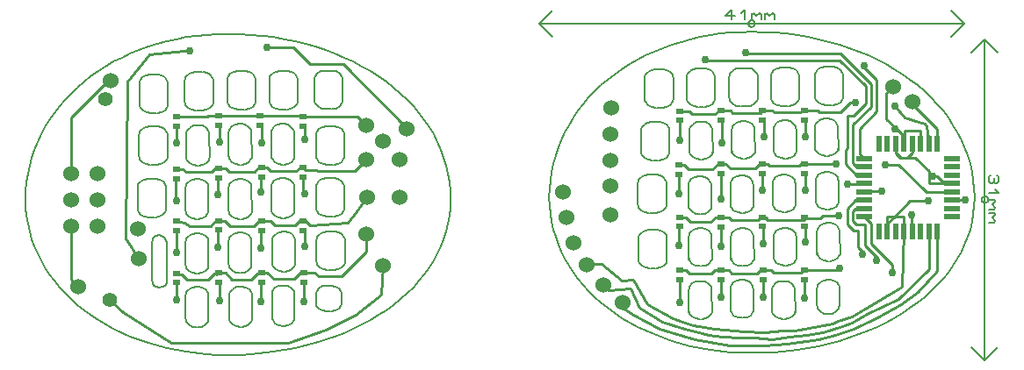
<source format=gbr>
G04 PROTEUS GERBER X2 FILE*
%TF.GenerationSoftware,Labcenter,Proteus,8.9-SP2-Build28501*%
%TF.CreationDate,2020-07-12T19:41:18+00:00*%
%TF.FileFunction,Copper,L1,Top*%
%TF.FilePolarity,Positive*%
%TF.Part,Single*%
%TF.SameCoordinates,{dc61f2e1-3fbc-4622-b235-fc52ee95e5fb}*%
%FSLAX45Y45*%
%MOMM*%
G01*
%TA.AperFunction,Conductor*%
%ADD10C,0.254000*%
%TA.AperFunction,ViaPad*%
%ADD11C,0.762000*%
%TA.AperFunction,SMDPad,CuDef*%
%ADD12R,0.558800X1.498600*%
%ADD13R,1.498600X0.558800*%
%TA.AperFunction,SMDPad,CuDef*%
%ADD14R,0.762000X0.508000*%
%TA.AperFunction,WasherPad*%
%ADD15C,1.397000*%
%TA.AperFunction,WasherPad*%
%ADD16C,1.524000*%
%TA.AperFunction,OtherPad,Unknown*%
%ADD17C,1.524000*%
%TA.AperFunction,Profile*%
%ADD18C,0.203200*%
%TA.AperFunction,NonMaterial*%
%ADD19C,0.203200*%
%TD.AperFunction*%
D10*
X-4286000Y-5194000D02*
X-4286000Y-5193000D01*
X-4679040Y-5193000D01*
X-4691000Y-5193000D01*
X-4286000Y-5194000D02*
X-3877000Y-5194000D01*
X-3877000Y-5196000D01*
X+1921897Y-5334000D02*
X+1921897Y-5465000D01*
X+1920000Y-5465000D01*
X+1985397Y-5334000D02*
X+2080000Y-5334000D01*
X+2080000Y-5465000D01*
X+1985397Y-5334000D02*
X+1921897Y-5334000D01*
X+1841500Y-6159500D02*
X+1920000Y-6159500D01*
X+1920000Y-6305000D01*
X-4691000Y-5193000D02*
X-4787365Y-5193000D01*
X-4796656Y-5202291D01*
X-5084709Y-5202291D01*
X-5091000Y-5196000D01*
X-4691000Y-5698000D02*
X-4622000Y-5698000D01*
X-4585907Y-5734093D01*
X-4344093Y-5734093D01*
X-4293791Y-5683791D01*
X-4284244Y-5683791D01*
X-4275000Y-5693560D01*
X-245000Y-5145000D02*
X-151951Y-5145000D01*
X-125711Y-5171240D01*
X+101797Y-5171240D01*
X+116900Y-5156137D01*
X+155000Y-5140560D01*
X+248762Y-5140560D01*
X+270092Y-5161890D01*
X+533110Y-5161890D01*
X+558000Y-5137000D01*
X+650355Y-5137000D01*
X+672129Y-5158774D01*
X+921226Y-5158774D01*
X+950000Y-5130000D01*
X+957000Y-5138000D01*
X-249120Y-5666440D02*
X-200842Y-5666440D01*
X-161410Y-5705872D01*
X+75165Y-5705872D01*
X+127477Y-5653560D01*
X+155000Y-5653560D01*
X+200780Y-5653560D01*
X+248131Y-5700911D01*
X+485280Y-5700911D01*
X+530191Y-5656000D01*
X+557560Y-5656000D01*
X+142313Y-6168539D02*
X+229577Y-6168539D01*
X+256992Y-6195954D01*
X+507585Y-6195954D01*
X+517900Y-6185639D01*
X+556000Y-6168560D01*
X+142313Y-6168539D02*
X+152000Y-6171120D01*
X-241000Y-6682440D02*
X-185258Y-6682440D01*
X-151820Y-6715878D01*
X+60362Y-6715878D01*
X+95120Y-6681120D01*
X+157000Y-6681120D01*
X+231041Y-6681120D01*
X+260815Y-6710894D01*
X+506879Y-6710894D01*
X+537773Y-6680000D01*
X+560000Y-6680000D01*
X+635073Y-6680000D01*
X+661090Y-6706017D01*
X+923983Y-6706017D01*
X+926600Y-6703400D01*
X+957560Y-6678000D01*
X-5095857Y-6511843D02*
X-5095857Y-6307297D01*
X-5090000Y-6301440D01*
X-5095000Y-6965000D02*
X-5095000Y-6806440D01*
X-5090000Y-6801440D01*
X-5090000Y-5455000D02*
X-5090000Y-5288440D01*
X-5091000Y-5287440D01*
X-4680444Y-6977785D02*
X-4680444Y-6802996D01*
X-4683000Y-6800440D01*
X-4693999Y-6460000D02*
X-4693999Y-6301439D01*
X-4687000Y-6294440D01*
X-4693999Y-5950000D02*
X-4693999Y-5792439D01*
X-4691000Y-5789440D01*
X-4679116Y-5440000D02*
X-4679116Y-5296324D01*
X-4691000Y-5284440D01*
X-4278124Y-6986325D02*
X-4278124Y-6803564D01*
X-4271000Y-6796440D01*
X-4282819Y-6465000D02*
X-4282819Y-6305259D01*
X-4273000Y-6295440D01*
X-4282819Y-5930000D02*
X-4282819Y-5792819D01*
X-4275000Y-5785000D01*
X-4269062Y-5450000D02*
X-4269062Y-5302378D01*
X-4286000Y-5285440D01*
X-3864964Y-6981630D02*
X-3864964Y-6800036D01*
X-3870000Y-6795000D01*
X-3860000Y-6455000D02*
X-3860000Y-6310000D01*
X-3875000Y-6295000D01*
X-3860000Y-5945000D02*
X-3876000Y-5929000D01*
X-3876000Y-5779880D01*
X-3860000Y-5418193D02*
X-3860000Y-5304440D01*
X-3877000Y-5287440D01*
X-3877000Y-5196000D02*
X-3349000Y-5196000D01*
X-3265000Y-5280000D01*
X-3876000Y-5688440D02*
X-3849440Y-5715000D01*
X-3744219Y-5715000D01*
X-3733338Y-5725881D01*
X-3375881Y-5725881D01*
X-3265000Y-5615000D01*
X-5735000Y-6970000D02*
X-5610000Y-7090000D01*
X-5144999Y-7380000D01*
X-4015125Y-7380000D01*
X-3655000Y-7255000D01*
X-3365000Y-7115000D01*
X-3120000Y-6915000D01*
X-3105000Y-6640000D01*
X-4220000Y-4530000D02*
X-3966907Y-4530000D01*
X-3802821Y-4694086D01*
X-3487818Y-4694086D01*
X-2875000Y-5306904D01*
X-2875000Y-5315000D01*
X-6110000Y-6254000D02*
X-6110000Y-6775000D01*
X-6045000Y-6840000D01*
X-6110000Y-5746000D02*
X-6110000Y-5207828D01*
X-5752172Y-4850000D01*
X-5725000Y-4850000D01*
X-5090000Y-5705000D02*
X-5034523Y-5705000D01*
X-5004523Y-5735000D01*
X-4755415Y-5735000D01*
X-4718415Y-5698000D01*
X-4691000Y-5698000D01*
X-5090000Y-5796440D02*
X-5098510Y-5796440D01*
X-5098510Y-6011490D01*
X-5095000Y-6015000D01*
X-4275000Y-5693560D02*
X-4221591Y-5693560D01*
X-4190151Y-5725000D01*
X-3938422Y-5725000D01*
X-3901862Y-5688440D01*
X-3876000Y-5688440D01*
X-5090000Y-6210000D02*
X-5015000Y-6220000D01*
X-4966701Y-6255000D01*
X-4765239Y-6255000D01*
X-4710239Y-6200000D01*
X-4687000Y-6203000D01*
X-5090000Y-6710000D02*
X-5090000Y-6725000D01*
X-5041519Y-6725000D01*
X-4991519Y-6775000D01*
X-4785000Y-6775000D01*
X-4726700Y-6716700D01*
X-4689967Y-6716700D01*
X-4710000Y-6725000D01*
X-4273000Y-6204000D02*
X-4188272Y-6204000D01*
X-4147272Y-6245000D01*
X-3950000Y-6245000D01*
X-3908560Y-6203560D01*
X-3875000Y-6203560D01*
X-4265000Y-6705000D02*
X-4217680Y-6705000D01*
X-4157680Y-6765000D01*
X-3958482Y-6765000D01*
X-3891032Y-6697550D01*
X-3861978Y-6697550D01*
X-3870000Y-6703560D01*
X-4687000Y-6203000D02*
X-4630369Y-6203000D01*
X-4578369Y-6255000D01*
X-4350000Y-6255000D01*
X-4299000Y-6204000D01*
X-4273000Y-6204000D01*
X-4271000Y-6705000D02*
X-4265000Y-6705000D01*
X-4683000Y-6709000D02*
X-4683000Y-6714000D01*
X-4689967Y-6706700D01*
X-4623300Y-6706700D01*
X-4560000Y-6770000D01*
X-4375001Y-6770000D01*
X-4315001Y-6710000D01*
X-4271000Y-6710000D01*
X-4271000Y-6705000D01*
X-3875000Y-6203560D02*
X-3846440Y-6203560D01*
X-3805000Y-6245000D01*
X-3440000Y-6225000D01*
X-3360000Y-6115000D01*
X-3275740Y-5995740D01*
X-3260000Y-5980000D01*
X-3870000Y-6703560D02*
X-3761440Y-6703560D01*
X-3724045Y-6740955D01*
X-3499769Y-6740955D01*
X-3265000Y-6506186D01*
X-3265000Y-6335000D01*
X-4968508Y-4566851D02*
X-5026008Y-4566851D01*
X-5357500Y-4595000D01*
X-5570000Y-4860000D01*
X-5585000Y-6375000D01*
X-5455000Y-6570000D01*
X-242679Y-6996025D02*
X-242679Y-6775559D01*
X-241000Y-6773880D01*
X-250950Y-6441953D02*
X-250950Y-6267390D01*
X-244000Y-6260440D01*
X-250950Y-5942083D02*
X-250950Y-5750125D01*
X-251713Y-5749362D01*
X-249120Y-5757880D01*
X-240000Y-5426979D02*
X-245000Y-5421979D01*
X-245000Y-5236440D01*
X+156980Y-6943532D02*
X+156980Y-6772580D01*
X+157000Y-6772560D01*
X+156980Y-6450000D02*
X+156980Y-6267540D01*
X+152000Y-6262560D01*
X+156980Y-5995000D02*
X+156980Y-5746980D01*
X+155000Y-5745000D01*
X+160920Y-5450000D02*
X+160920Y-5237920D01*
X+155000Y-5232000D01*
X+560000Y-6940000D02*
X+560000Y-6771440D01*
X+563676Y-6425000D02*
X+563676Y-6267676D01*
X+556000Y-6260000D01*
X+555870Y-5910000D02*
X+555870Y-5749130D01*
X+557560Y-5747440D01*
X+570876Y-5395000D02*
X+570876Y-5241316D01*
X+558000Y-5228440D01*
X+959826Y-6948228D02*
X+959826Y-6771706D01*
X+957560Y-6769440D01*
X+970935Y-6405000D02*
X+970935Y-6269815D01*
X+960560Y-6259440D01*
X+970935Y-5911638D02*
X+970935Y-5755935D01*
X+960000Y-5745000D01*
X+970935Y-5393343D02*
X+970935Y-5243375D01*
X+957000Y-5229440D01*
X-244000Y-6169000D02*
X-186000Y-6169000D01*
X-140000Y-6215000D01*
X+55000Y-6215000D01*
X+101461Y-6168539D01*
X+142313Y-6168539D01*
X+557560Y-5656000D02*
X+602140Y-5656000D01*
X+621140Y-5675000D01*
X+906994Y-5675000D01*
X+928434Y-5653560D01*
X+960000Y-5653560D01*
X+1840000Y-5465000D02*
X+1840000Y-5541614D01*
X+1840488Y-5542102D01*
X+1893093Y-5594707D01*
X+1881128Y-5594707D01*
X+1840488Y-5554067D01*
X+1840488Y-5542102D01*
X+1840488Y-5539930D01*
X+1840000Y-5465000D01*
X+960560Y-6180000D02*
X+1115212Y-6180000D01*
X+1136061Y-6159151D01*
X+1270849Y-6159151D01*
X+1275000Y-6155000D01*
X+1288892Y-6155000D01*
X+1375386Y-5852093D02*
X+1532907Y-5852093D01*
X+1540000Y-5845000D01*
X+960560Y-6168000D02*
X+960560Y-6180000D01*
X+960560Y-6194670D01*
X+594969Y-6194670D01*
X+594969Y-6168560D01*
X+556000Y-6168560D01*
X+1540000Y-5765000D02*
X+1463390Y-5765000D01*
X+1355000Y-5656610D01*
X+1355000Y-5521941D01*
X+1373257Y-5503684D01*
X+1373257Y-5192112D01*
X+1377773Y-5187596D01*
X+1436475Y-5187596D01*
X+1549364Y-5074707D01*
X+1549364Y-4903142D01*
X+1301222Y-4655000D01*
X+9321Y-4655000D01*
X+529Y-4663792D01*
X+529Y-4648710D01*
X+1540000Y-5685000D02*
X+1463357Y-5685000D01*
X+1427047Y-5648690D01*
X+1427047Y-5278304D01*
X+1603551Y-5101800D01*
X+1603551Y-4885054D01*
X+1305524Y-4587027D01*
X+1296493Y-4587027D01*
X+393381Y-4587027D01*
X+388866Y-4582512D01*
X+388866Y-4578840D01*
X+1540000Y-5605000D02*
X+1490000Y-5555000D01*
X+1490000Y-5315000D01*
X+1657737Y-5147263D01*
X+1657737Y-4844414D01*
X+1535817Y-4722494D01*
X+1535817Y-4713463D01*
X+1537712Y-4711568D01*
X+2000000Y-5465000D02*
X+2000000Y-5545000D01*
X+1950293Y-5594707D01*
X+1893093Y-5594707D02*
X+1950293Y-5594707D01*
X+2029707Y-5594707D01*
X+2162000Y-5727000D01*
X+2162000Y-5845000D01*
X+960000Y-5653560D02*
X+1264963Y-5653560D01*
X+1266313Y-5652210D01*
X+1742563Y-5660566D02*
X+1867892Y-5660566D01*
X+2118550Y-5911224D01*
X+2122727Y-5911224D01*
X+2136503Y-5925000D01*
X+2380000Y-5925000D01*
X+957560Y-6678000D02*
X+1277000Y-6678000D01*
X+1295000Y-6660000D01*
X+1705000Y-5915000D02*
X+1550000Y-5915000D01*
X+1540000Y-5925000D01*
X+1760000Y-6305000D02*
X+1760000Y-6227996D01*
X+1828496Y-6159500D01*
X+1976510Y-6011486D01*
X+2156148Y-6011486D01*
X+2197924Y-5777539D02*
X+2235878Y-5777539D01*
X+2303339Y-5845000D01*
X+2380000Y-5845000D01*
X+1841500Y-6159500D02*
X+1828496Y-6159500D01*
X+1760000Y-6159500D01*
X+1760000Y-6227996D01*
X+2162000Y-5845000D02*
X+2303339Y-5845000D01*
X+1995503Y-6149348D02*
X+1995503Y-6300503D01*
X+2000000Y-6305000D01*
X+2240000Y-6305000D02*
X+2240000Y-6395458D01*
X+2235000Y-6685000D01*
X+2050000Y-6895000D01*
X+1895000Y-7010000D01*
X+1660000Y-7140000D01*
X+1435000Y-7245000D01*
X+1260000Y-7310000D01*
X+1095000Y-7345000D01*
X+790000Y-7395000D01*
X+570000Y-7405000D01*
X+240000Y-7405000D01*
X-100000Y-7345000D01*
X-325000Y-7285000D01*
X-435000Y-7250000D01*
X-455000Y-7240000D01*
X-565000Y-7180000D01*
X-695000Y-7110000D01*
X-790000Y-7045001D01*
X-790000Y-6990000D01*
X+2160000Y-6305000D02*
X+2160000Y-6670146D01*
X+1870146Y-6960000D01*
X+1565000Y-7105000D01*
X+1420000Y-7190000D01*
X+1325000Y-7225000D01*
X+1134089Y-7280000D01*
X+975000Y-7305000D01*
X+815000Y-7325000D01*
X+645000Y-7345000D01*
X+480000Y-7335000D01*
X+345000Y-7335000D01*
X+165000Y-7325000D01*
X+35000Y-7310000D01*
X-225000Y-7235000D01*
X-410000Y-7180000D01*
X-635000Y-7040000D01*
X-715000Y-6860000D01*
X-926805Y-6873195D01*
X-980000Y-6820000D01*
X+1920000Y-6305000D02*
X+1900000Y-6845000D01*
X+1415000Y-7130000D01*
X+1285000Y-7175000D01*
X+1233010Y-7195686D01*
X+870000Y-7265000D01*
X+750000Y-7265000D01*
X+575000Y-7280000D01*
X+375000Y-7270000D01*
X+95000Y-7250000D01*
X-113204Y-7213796D01*
X-215000Y-7180000D01*
X-310000Y-7145000D01*
X-555000Y-7010000D01*
X-687873Y-6771037D01*
X-805000Y-6780000D01*
X-995000Y-6625000D01*
X-1140000Y-6630000D01*
X+1540000Y-6165000D02*
X+1603262Y-6228262D01*
X+1603262Y-6429599D01*
X+1807005Y-6633342D01*
X+1807005Y-6705785D01*
X+1540000Y-6085000D02*
X+1454349Y-6085000D01*
X+1427040Y-6112309D01*
X+1427040Y-6208680D01*
X+1461727Y-6243367D01*
X+1546633Y-6243367D01*
X+1546633Y-6444721D01*
X+1673456Y-6571544D01*
X+1655496Y-6589504D01*
X+1540000Y-6005000D02*
X+1455000Y-6005000D01*
X+1376268Y-6083732D01*
X+1376268Y-6237062D01*
X+1434206Y-6295000D01*
X+1480000Y-6295000D01*
X+1480000Y-6463039D01*
X+1530151Y-6513190D01*
X+1518785Y-6524556D01*
X+2240000Y-5465000D02*
X+2240000Y-5315000D01*
X+2005000Y-5080000D01*
X+2005000Y-5055000D01*
X+957000Y-5138000D02*
X+1090270Y-5138000D01*
X+1104453Y-5152183D01*
X+1307816Y-5152183D01*
X+1398127Y-5061872D01*
X+1452151Y-5061872D01*
X+2512922Y-6000722D02*
X+2508644Y-6005000D01*
X+2380000Y-6005000D01*
X+2160000Y-5465000D02*
X+2140000Y-5290000D01*
X+2116946Y-5265341D01*
X+2065000Y-5250000D01*
X+1925000Y-5210000D01*
X+1835000Y-5100000D01*
X+1920000Y-5465000D02*
X+1920000Y-5388287D01*
X+1905995Y-5374282D01*
X+1849713Y-5318000D01*
X+1751804Y-5220091D01*
X+1751804Y-4973196D01*
X+1815000Y-4910000D01*
X+1920000Y-5465000D02*
X+1905995Y-5450995D01*
X+1905995Y-5374282D01*
X+1905995Y-5372814D01*
X+1851181Y-5318000D01*
X+1849713Y-5318000D01*
X+1830293Y-5318000D01*
D11*
X-5095000Y-6015000D03*
X-5095857Y-6511843D03*
X-5095000Y-6965000D03*
X-5090000Y-5455000D03*
X-4680444Y-6977785D03*
X-4693999Y-6460000D03*
X-4693999Y-5950000D03*
X-4679116Y-5440000D03*
X-4278124Y-6986325D03*
X-4282819Y-6465000D03*
X-4282819Y-5930000D03*
X-3864964Y-6981630D03*
X-3860000Y-6455000D03*
X-3860000Y-5945000D03*
X-3860000Y-5418193D03*
X-4269062Y-5450000D03*
X-4220000Y-4530000D03*
X-4968508Y-4566851D03*
X-242679Y-6996025D03*
X-250950Y-6441953D03*
X-250950Y-5942083D03*
X-240000Y-5426979D03*
X+156980Y-6943532D03*
X+156980Y-6450000D03*
X+156980Y-5995000D03*
X+160920Y-5450000D03*
X+560000Y-6940000D03*
X+563676Y-6425000D03*
X+555870Y-5910000D03*
X+570876Y-5395000D03*
X+959826Y-6948228D03*
X+970935Y-6405000D03*
X+970935Y-5911638D03*
X+970935Y-5393343D03*
X+1288892Y-6155000D03*
X+1375386Y-5852093D03*
X+529Y-4648710D03*
X+388866Y-4578840D03*
X+1537712Y-4711568D03*
X+1266313Y-5652210D03*
X+1742563Y-5660566D03*
X+1295000Y-6660000D03*
X+1705000Y-5915000D03*
X+2156148Y-6011486D03*
X+2197924Y-5777539D03*
X+1830293Y-5318000D03*
X+1995503Y-6149348D03*
X+1807005Y-6705785D03*
X+1655496Y-6589504D03*
X+1518785Y-6524556D03*
X+1452151Y-5061872D03*
X+2512922Y-6000722D03*
X+1835000Y-5100000D03*
D12*
X+2240000Y-5465000D03*
X+2160000Y-5465000D03*
X+2080000Y-5465000D03*
X+2000000Y-5465000D03*
X+1920000Y-5465000D03*
X+1840000Y-5465000D03*
X+1760000Y-5465000D03*
X+1680000Y-5465000D03*
D13*
X+1540000Y-5605000D03*
X+1540000Y-5685000D03*
X+1540000Y-5765000D03*
X+1540000Y-5845000D03*
X+1540000Y-5925000D03*
X+1540000Y-6005000D03*
X+1540000Y-6085000D03*
X+1540000Y-6165000D03*
D12*
X+1680000Y-6305000D03*
X+1760000Y-6305000D03*
X+1840000Y-6305000D03*
X+1920000Y-6305000D03*
X+2000000Y-6305000D03*
X+2080000Y-6305000D03*
X+2160000Y-6305000D03*
X+2240000Y-6305000D03*
D13*
X+2380000Y-6165000D03*
X+2380000Y-6085000D03*
X+2380000Y-6005000D03*
X+2380000Y-5925000D03*
X+2380000Y-5845000D03*
X+2380000Y-5765000D03*
X+2380000Y-5685000D03*
X+2380000Y-5605000D03*
D14*
X-5090000Y-6710000D03*
X-5090000Y-6801440D03*
X-5091000Y-5196000D03*
X-5091000Y-5287440D03*
X-5090000Y-5705000D03*
X-5090000Y-5796440D03*
X-5090000Y-6210000D03*
X-5090000Y-6301440D03*
X-4271000Y-6705000D03*
X-4271000Y-6796440D03*
X-4286000Y-5194000D03*
X-4286000Y-5285440D03*
X-4275000Y-5693560D03*
X-4275000Y-5785000D03*
X-4273000Y-6204000D03*
X-4273000Y-6295440D03*
X-3870000Y-6703560D03*
X-3870000Y-6795000D03*
X-3877000Y-5196000D03*
X-3877000Y-5287440D03*
X-3876000Y-5688440D03*
X-3876000Y-5779880D03*
X-3875000Y-6203560D03*
X-3875000Y-6295000D03*
X-4683000Y-6709000D03*
X-4683000Y-6800440D03*
X-4691000Y-5193000D03*
X-4691000Y-5284440D03*
X-4691000Y-5698000D03*
X-4691000Y-5789440D03*
X-4687000Y-6203000D03*
X-4687000Y-6294440D03*
X+957000Y-5138000D03*
X+957000Y-5229440D03*
X+960000Y-5653560D03*
X+960000Y-5745000D03*
X+960560Y-6168000D03*
X+960560Y-6259440D03*
X+957560Y-6678000D03*
X+957560Y-6769440D03*
X+558000Y-5137000D03*
X+558000Y-5228440D03*
X+557560Y-5656000D03*
X+557560Y-5747440D03*
X+556000Y-6168560D03*
X+556000Y-6260000D03*
X+560000Y-6680000D03*
X+560000Y-6771440D03*
X+155000Y-5140560D03*
X+155000Y-5232000D03*
X+155000Y-5653560D03*
X+155000Y-5745000D03*
X+152000Y-6171120D03*
X+152000Y-6262560D03*
X+157000Y-6681120D03*
X+157000Y-6772560D03*
X-245000Y-5145000D03*
X-245000Y-5236440D03*
X-249120Y-5666440D03*
X-249120Y-5757880D03*
X-241000Y-6682440D03*
X-241000Y-6773880D03*
X-244000Y-6169000D03*
X-244000Y-6260440D03*
D15*
X-5735000Y-6970000D03*
X-5779000Y-5033000D03*
D16*
X-6110000Y-6254000D03*
X-5856000Y-6254000D03*
X-6110000Y-6000000D03*
X-5856000Y-6000000D03*
X-6110000Y-5746000D03*
X-5856000Y-5746000D03*
D17*
X-3265000Y-5280000D03*
X-3265000Y-5615000D03*
X-3260000Y-5980000D03*
X-3265000Y-6335000D03*
X-5725000Y-4850000D03*
X-3105000Y-6640000D03*
X-2940000Y-5975000D03*
X-2945000Y-5610000D03*
X-6045000Y-6840000D03*
X+1815000Y-4910000D03*
X-910000Y-5365000D03*
X-910000Y-6150000D03*
X-1270000Y-6420000D03*
X-900000Y-5110000D03*
X-1365000Y-5930000D03*
X-1335000Y-6170000D03*
X-910000Y-5625000D03*
X-1140000Y-6630000D03*
X-2875000Y-5315000D03*
X-5462500Y-6282500D03*
X-3100000Y-5435000D03*
X-5455000Y-6570000D03*
X-790000Y-6990000D03*
X-910000Y-5870000D03*
X-980000Y-6820000D03*
X+2005000Y-5055000D03*
D18*
X-6550000Y-6000000D02*
X-6547519Y-5916226D01*
X-6540151Y-5833716D01*
X-6528008Y-5752560D01*
X-6511200Y-5672852D01*
X-6489840Y-5594681D01*
X-6464039Y-5518140D01*
X-6433909Y-5443320D01*
X-6399561Y-5370312D01*
X-6361107Y-5299210D01*
X-6318658Y-5230103D01*
X-6272326Y-5163083D01*
X-6222223Y-5098242D01*
X-6168460Y-5035672D01*
X-6111149Y-4975464D01*
X-6050401Y-4917709D01*
X-5986328Y-4862500D01*
X-5919042Y-4809927D01*
X-5848653Y-4760083D01*
X-5775275Y-4713058D01*
X-5699017Y-4668945D01*
X-5619993Y-4627835D01*
X-5538313Y-4589819D01*
X-5454089Y-4554990D01*
X-5367432Y-4523438D01*
X-5278454Y-4495255D01*
X-5187267Y-4470532D01*
X-5093983Y-4449362D01*
X-4998712Y-4431836D01*
X-4901567Y-4418045D01*
X-4802659Y-4408081D01*
X-4702099Y-4402036D01*
X-4600000Y-4400000D01*
X-4487429Y-4402036D01*
X-4376556Y-4408081D01*
X-4267503Y-4418045D01*
X-4160394Y-4431836D01*
X-4055352Y-4449362D01*
X-3952500Y-4470532D01*
X-3851961Y-4495255D01*
X-3753857Y-4523438D01*
X-3658313Y-4554990D01*
X-3565450Y-4589819D01*
X-3475393Y-4627835D01*
X-3388263Y-4668945D01*
X-3304184Y-4713058D01*
X-3223279Y-4760083D01*
X-3145672Y-4809927D01*
X-3071484Y-4862500D01*
X-3000840Y-4917709D01*
X-2933861Y-4975464D01*
X-2870672Y-5035672D01*
X-2811395Y-5098242D01*
X-2756153Y-5163083D01*
X-2705070Y-5230103D01*
X-2658267Y-5299210D01*
X-2615869Y-5370312D01*
X-2577998Y-5443320D01*
X-2544778Y-5518140D01*
X-2516331Y-5594681D01*
X-2492780Y-5672852D01*
X-2474248Y-5752560D01*
X-2460859Y-5833716D01*
X-2452735Y-5916226D01*
X-2450000Y-6000000D01*
X-2452735Y-6078538D01*
X-2460859Y-6155891D01*
X-2474248Y-6231975D01*
X-2492780Y-6306702D01*
X-2516331Y-6379987D01*
X-2544778Y-6451744D01*
X-2577998Y-6521888D01*
X-2615869Y-6590332D01*
X-2658267Y-6656991D01*
X-2705070Y-6721779D01*
X-2756153Y-6784610D01*
X-2811395Y-6845398D01*
X-2870672Y-6904058D01*
X-2933861Y-6960503D01*
X-3000840Y-7014647D01*
X-3071484Y-7066406D01*
X-3145672Y-7115693D01*
X-3223279Y-7162422D01*
X-3304184Y-7206508D01*
X-3388263Y-7247864D01*
X-3475393Y-7286405D01*
X-3565450Y-7322044D01*
X-3753857Y-7384277D01*
X-3952500Y-7433876D01*
X-4160394Y-7470154D01*
X-4376556Y-7492424D01*
X-4487429Y-7498092D01*
X-4600000Y-7500000D01*
X-4702099Y-7498092D01*
X-4802659Y-7492424D01*
X-4998712Y-7470154D01*
X-5187267Y-7433876D01*
X-5367432Y-7384277D01*
X-5538313Y-7322044D01*
X-5699017Y-7247864D01*
X-5848653Y-7162422D01*
X-5919042Y-7115693D01*
X-5986328Y-7066406D01*
X-6050401Y-7014647D01*
X-6111149Y-6960503D01*
X-6168460Y-6904058D01*
X-6222223Y-6845398D01*
X-6272326Y-6784610D01*
X-6318658Y-6721779D01*
X-6361107Y-6656991D01*
X-6399561Y-6590332D01*
X-6433909Y-6521888D01*
X-6464039Y-6451744D01*
X-6489840Y-6379987D01*
X-6511200Y-6306702D01*
X-6528008Y-6231975D01*
X-6540151Y-6155891D01*
X-6547519Y-6078538D01*
X-6550000Y-6000000D01*
D19*
X+2700000Y-4450000D02*
X+2700000Y-7550000D01*
X+2700000Y-4450000D02*
X+2573000Y-4577000D01*
X+2700000Y-4450000D02*
X+2827000Y-4577000D01*
X+2700000Y-7550000D02*
X+2827000Y-7423000D01*
X+2700000Y-7550000D02*
X+2573000Y-7423000D01*
X+2731750Y-6000000D02*
X+2731641Y-5997366D01*
X+2730751Y-5992097D01*
X+2728889Y-5986828D01*
X+2725846Y-5981559D01*
X+2721191Y-5976357D01*
X+2715922Y-5972531D01*
X+2710653Y-5970091D01*
X+2705384Y-5968710D01*
X+2700115Y-5968250D01*
X+2700000Y-5968250D01*
X+2668250Y-6000000D02*
X+2668359Y-5997366D01*
X+2669249Y-5992097D01*
X+2671111Y-5986828D01*
X+2674154Y-5981559D01*
X+2678809Y-5976357D01*
X+2684078Y-5972531D01*
X+2689347Y-5970091D01*
X+2694616Y-5968710D01*
X+2699885Y-5968250D01*
X+2700000Y-5968250D01*
X+2668250Y-6000000D02*
X+2668359Y-6002634D01*
X+2669249Y-6007903D01*
X+2671111Y-6013172D01*
X+2674154Y-6018441D01*
X+2678809Y-6023643D01*
X+2684078Y-6027469D01*
X+2689347Y-6029909D01*
X+2694616Y-6031290D01*
X+2699885Y-6031750D01*
X+2700000Y-6031750D01*
X+2731750Y-6000000D02*
X+2731641Y-6002634D01*
X+2730751Y-6007903D01*
X+2728889Y-6013172D01*
X+2725846Y-6018441D01*
X+2721191Y-6023643D01*
X+2715922Y-6027469D01*
X+2710653Y-6029909D01*
X+2705384Y-6031290D01*
X+2700115Y-6031750D01*
X+2700000Y-6031750D01*
X+2816840Y-5761875D02*
X+2832080Y-5777750D01*
X+2832080Y-5825375D01*
X+2816840Y-5841250D01*
X+2801600Y-5841250D01*
X+2786360Y-5825375D01*
X+2771120Y-5841250D01*
X+2755880Y-5841250D01*
X+2740640Y-5825375D01*
X+2740640Y-5777750D01*
X+2755880Y-5761875D01*
X+2786360Y-5793625D02*
X+2786360Y-5825375D01*
X+2801600Y-5904750D02*
X+2832080Y-5936500D01*
X+2740640Y-5936500D01*
X+2740640Y-6000000D02*
X+2801600Y-6000000D01*
X+2786360Y-6000000D02*
X+2801600Y-6015875D01*
X+2771120Y-6047625D01*
X+2801600Y-6079375D01*
X+2786360Y-6095250D01*
X+2740640Y-6095250D01*
X+2740640Y-6127000D02*
X+2801600Y-6127000D01*
X+2786360Y-6127000D02*
X+2801600Y-6142875D01*
X+2771120Y-6174625D01*
X+2801600Y-6206375D01*
X+2786360Y-6222250D01*
X+2740640Y-6222250D01*
X-1600000Y-4300000D02*
X+2500000Y-4300000D01*
X-1600000Y-4300000D02*
X-1473000Y-4427000D01*
X-1600000Y-4300000D02*
X-1473000Y-4173000D01*
X+2500000Y-4300000D02*
X+2373000Y-4173000D01*
X+2500000Y-4300000D02*
X+2373000Y-4427000D01*
X+481750Y-4300000D02*
X+481641Y-4297366D01*
X+480751Y-4292097D01*
X+478889Y-4286828D01*
X+475846Y-4281559D01*
X+471191Y-4276357D01*
X+465922Y-4272531D01*
X+460653Y-4270091D01*
X+455384Y-4268710D01*
X+450115Y-4268250D01*
X+450000Y-4268250D01*
X+418250Y-4300000D02*
X+418359Y-4297366D01*
X+419249Y-4292097D01*
X+421111Y-4286828D01*
X+424154Y-4281559D01*
X+428809Y-4276357D01*
X+434078Y-4272531D01*
X+439347Y-4270091D01*
X+444616Y-4268710D01*
X+449885Y-4268250D01*
X+450000Y-4268250D01*
X+418250Y-4300000D02*
X+418359Y-4302634D01*
X+419249Y-4307903D01*
X+421111Y-4313172D01*
X+424154Y-4318441D01*
X+428809Y-4323643D01*
X+434078Y-4327469D01*
X+439347Y-4329909D01*
X+444616Y-4331290D01*
X+449885Y-4331750D01*
X+450000Y-4331750D01*
X+481750Y-4300000D02*
X+481641Y-4302634D01*
X+480751Y-4307903D01*
X+478889Y-4313172D01*
X+475846Y-4318441D01*
X+471191Y-4323643D01*
X+465922Y-4327469D01*
X+460653Y-4329909D01*
X+455384Y-4331290D01*
X+450115Y-4331750D01*
X+450000Y-4331750D01*
X+291250Y-4228880D02*
X+196000Y-4228880D01*
X+259500Y-4167920D01*
X+259500Y-4259360D01*
X+354750Y-4198400D02*
X+386500Y-4167920D01*
X+386500Y-4259360D01*
X+450000Y-4259360D02*
X+450000Y-4198400D01*
X+450000Y-4213640D02*
X+465875Y-4198400D01*
X+497625Y-4228880D01*
X+529375Y-4198400D01*
X+545250Y-4213640D01*
X+545250Y-4259360D01*
X+577000Y-4259360D02*
X+577000Y-4198400D01*
X+577000Y-4213640D02*
X+592875Y-4198400D01*
X+624625Y-4228880D01*
X+656375Y-4198400D01*
X+672250Y-4213640D01*
X+672250Y-4259360D01*
D18*
X-4430000Y-4760000D02*
X-4390644Y-4766943D01*
X-4358906Y-4786016D01*
X-4337715Y-4814580D01*
X-4331990Y-4831598D01*
X-4330000Y-4850000D01*
X-4435000Y-5130000D02*
X-4393676Y-5123442D01*
X-4360351Y-5105430D01*
X-4338100Y-5078452D01*
X-4332089Y-5062380D01*
X-4330000Y-5045000D01*
X-4495000Y-5130000D02*
X-4538291Y-5123442D01*
X-4573203Y-5105430D01*
X-4596514Y-5078452D01*
X-4602811Y-5062380D01*
X-4605000Y-5045000D01*
X-4500000Y-4760000D02*
X-4541323Y-4766558D01*
X-4574648Y-4784570D01*
X-4596899Y-4811548D01*
X-4602911Y-4827620D01*
X-4605000Y-4845000D01*
X-4605000Y-5045000D02*
X-4605000Y-4845000D01*
X-4435000Y-4760000D02*
X-4510000Y-4760000D01*
X-4440000Y-5130000D02*
X-4490000Y-5130000D01*
X-4330000Y-4845000D02*
X-4330000Y-5045000D01*
X-4025000Y-4760000D02*
X-3985644Y-4766943D01*
X-3953906Y-4786016D01*
X-3932715Y-4814580D01*
X-3926990Y-4831598D01*
X-3925000Y-4850000D01*
X-4030000Y-5130000D02*
X-3988676Y-5123442D01*
X-3955351Y-5105430D01*
X-3933100Y-5078452D01*
X-3927089Y-5062380D01*
X-3925000Y-5045000D01*
X-4090000Y-5130000D02*
X-4133291Y-5123442D01*
X-4168203Y-5105430D01*
X-4191514Y-5078452D01*
X-4197811Y-5062380D01*
X-4200000Y-5045000D01*
X-4095000Y-4760000D02*
X-4136323Y-4766558D01*
X-4169648Y-4784570D01*
X-4191899Y-4811548D01*
X-4197911Y-4827620D01*
X-4200000Y-4845000D01*
X-4200000Y-5045000D02*
X-4200000Y-4845000D01*
X-4030000Y-4760000D02*
X-4105000Y-4760000D01*
X-4035000Y-5130000D02*
X-4085000Y-5130000D01*
X-3925000Y-4845000D02*
X-3925000Y-5045000D01*
X-4840000Y-4770000D02*
X-4800644Y-4776943D01*
X-4768906Y-4796016D01*
X-4747715Y-4824580D01*
X-4741990Y-4841598D01*
X-4740000Y-4860000D01*
X-4845000Y-5140000D02*
X-4803676Y-5133442D01*
X-4770351Y-5115430D01*
X-4748100Y-5088452D01*
X-4742089Y-5072380D01*
X-4740000Y-5055000D01*
X-4905000Y-5140000D02*
X-4948291Y-5133442D01*
X-4983203Y-5115430D01*
X-5006514Y-5088452D01*
X-5012811Y-5072380D01*
X-5015000Y-5055000D01*
X-4910000Y-4770000D02*
X-4951323Y-4776558D01*
X-4984648Y-4794570D01*
X-5006899Y-4821548D01*
X-5012911Y-4837620D01*
X-5015000Y-4855000D01*
X-5015000Y-5055000D02*
X-5015000Y-4855000D01*
X-4845000Y-4770000D02*
X-4920000Y-4770000D01*
X-4850000Y-5140000D02*
X-4900000Y-5140000D01*
X-4740000Y-4855000D02*
X-4740000Y-5055000D01*
X-3590000Y-4755000D02*
X-3550644Y-4761943D01*
X-3518906Y-4781016D01*
X-3497715Y-4809580D01*
X-3491990Y-4826598D01*
X-3490000Y-4845000D01*
X-3595000Y-5125000D02*
X-3553676Y-5118442D01*
X-3520351Y-5100430D01*
X-3498100Y-5073452D01*
X-3492089Y-5057380D01*
X-3490000Y-5040000D01*
X-3655000Y-5125000D02*
X-3698291Y-5118442D01*
X-3733203Y-5100430D01*
X-3756514Y-5073452D01*
X-3762811Y-5057380D01*
X-3765000Y-5040000D01*
X-3660000Y-4755000D02*
X-3701323Y-4761558D01*
X-3734648Y-4779570D01*
X-3756899Y-4806548D01*
X-3762911Y-4822620D01*
X-3765000Y-4840000D01*
X-3765000Y-5040000D02*
X-3765000Y-4840000D01*
X-3590000Y-4755000D02*
X-3665000Y-4755000D01*
X-3600000Y-5125000D02*
X-3650000Y-5125000D01*
X-3490000Y-4840000D02*
X-3490000Y-5040000D01*
X+810000Y-4725000D02*
X+849356Y-4731943D01*
X+881094Y-4751016D01*
X+902285Y-4779580D01*
X+908010Y-4796598D01*
X+910000Y-4815000D01*
X+805000Y-5095000D02*
X+846324Y-5088442D01*
X+879649Y-5070430D01*
X+901900Y-5043452D01*
X+907911Y-5027380D01*
X+910000Y-5010000D01*
X+745000Y-5095000D02*
X+701709Y-5088442D01*
X+666797Y-5070430D01*
X+643486Y-5043452D01*
X+637189Y-5027380D01*
X+635000Y-5010000D01*
X+740000Y-4725000D02*
X+698677Y-4731558D01*
X+665352Y-4749570D01*
X+643101Y-4776548D01*
X+637089Y-4792620D01*
X+635000Y-4810000D01*
X+635000Y-5010000D02*
X+635000Y-4810000D01*
X+810000Y-4725000D02*
X+735000Y-4725000D01*
X+800000Y-5095000D02*
X+750000Y-5095000D01*
X+910000Y-4810000D02*
X+910000Y-5010000D01*
X+410000Y-4730000D02*
X+449356Y-4736943D01*
X+481094Y-4756016D01*
X+502285Y-4784580D01*
X+508010Y-4801598D01*
X+510000Y-4820000D01*
X+405000Y-5100000D02*
X+446324Y-5093442D01*
X+479649Y-5075430D01*
X+501900Y-5048452D01*
X+507911Y-5032380D01*
X+510000Y-5015000D01*
X+345000Y-5100000D02*
X+301709Y-5093442D01*
X+266797Y-5075430D01*
X+243486Y-5048452D01*
X+237189Y-5032380D01*
X+235000Y-5015000D01*
X+340000Y-4730000D02*
X+298677Y-4736558D01*
X+265352Y-4754570D01*
X+243101Y-4781548D01*
X+237089Y-4797620D01*
X+235000Y-4815000D01*
X+235000Y-5015000D02*
X+235000Y-4815000D01*
X+410000Y-4730000D02*
X+335000Y-4730000D01*
X+400000Y-5100000D02*
X+350000Y-5100000D01*
X+510000Y-4815000D02*
X+510000Y-5015000D01*
X+1235000Y-4720000D02*
X+1274356Y-4726943D01*
X+1306094Y-4746016D01*
X+1327285Y-4774580D01*
X+1333010Y-4791598D01*
X+1335000Y-4810000D01*
X+1230000Y-5090000D02*
X+1271324Y-5083442D01*
X+1304649Y-5065430D01*
X+1326900Y-5038452D01*
X+1332911Y-5022380D01*
X+1335000Y-5005000D01*
X+1170000Y-5090000D02*
X+1126709Y-5083442D01*
X+1091797Y-5065430D01*
X+1068486Y-5038452D01*
X+1062189Y-5022380D01*
X+1060000Y-5005000D01*
X+1165000Y-4720000D02*
X+1123677Y-4726558D01*
X+1090352Y-4744570D01*
X+1068101Y-4771548D01*
X+1062089Y-4787620D01*
X+1060000Y-4805000D01*
X+1060000Y-5005000D02*
X+1060000Y-4805000D01*
X+1235000Y-4720000D02*
X+1160000Y-4720000D01*
X+1225000Y-5090000D02*
X+1175000Y-5090000D01*
X+1335000Y-4805000D02*
X+1335000Y-5005000D01*
X+0Y-4735000D02*
X+39356Y-4741943D01*
X+71094Y-4761016D01*
X+92285Y-4789580D01*
X+98010Y-4806598D01*
X+100000Y-4825000D01*
X-5000Y-5105000D02*
X+36324Y-5098442D01*
X+69649Y-5080430D01*
X+91900Y-5053452D01*
X+97911Y-5037380D01*
X+100000Y-5020000D01*
X-65000Y-5105000D02*
X-108291Y-5098442D01*
X-143203Y-5080430D01*
X-166514Y-5053452D01*
X-172811Y-5037380D01*
X-175000Y-5020000D01*
X-70000Y-4735000D02*
X-111323Y-4741558D01*
X-144648Y-4759570D01*
X-166899Y-4786548D01*
X-172911Y-4802620D01*
X-175000Y-4820000D01*
X-175000Y-5020000D02*
X-175000Y-4820000D01*
X+0Y-4735000D02*
X-75000Y-4735000D01*
X-10000Y-5105000D02*
X-60000Y-5105000D01*
X+100000Y-4820000D02*
X+100000Y-5020000D01*
X-405000Y-4740000D02*
X-365644Y-4746943D01*
X-333906Y-4766016D01*
X-312715Y-4794580D01*
X-306990Y-4811598D01*
X-305000Y-4830000D01*
X-410000Y-5110000D02*
X-368676Y-5103442D01*
X-335351Y-5085430D01*
X-313100Y-5058452D01*
X-307089Y-5042380D01*
X-305000Y-5025000D01*
X-470000Y-5110000D02*
X-513291Y-5103442D01*
X-548203Y-5085430D01*
X-571514Y-5058452D01*
X-577811Y-5042380D01*
X-580000Y-5025000D01*
X-475000Y-4740000D02*
X-516323Y-4746558D01*
X-549648Y-4764570D01*
X-571899Y-4791548D01*
X-577911Y-4807620D01*
X-580000Y-4825000D01*
X-580000Y-5025000D02*
X-580000Y-4825000D01*
X-405000Y-4740000D02*
X-480000Y-4740000D01*
X-415000Y-5110000D02*
X-465000Y-5110000D01*
X-305000Y-4825000D02*
X-305000Y-5025000D01*
X-1500000Y-5980000D02*
X-1497519Y-5896226D01*
X-1490151Y-5813716D01*
X-1478008Y-5732560D01*
X-1461200Y-5652852D01*
X-1439840Y-5574681D01*
X-1414039Y-5498140D01*
X-1383909Y-5423320D01*
X-1349561Y-5350312D01*
X-1311107Y-5279210D01*
X-1268658Y-5210103D01*
X-1222326Y-5143083D01*
X-1172223Y-5078242D01*
X-1118460Y-5015672D01*
X-1061149Y-4955464D01*
X-1000401Y-4897709D01*
X-936328Y-4842500D01*
X-869042Y-4789927D01*
X-798653Y-4740083D01*
X-725275Y-4693058D01*
X-649017Y-4648945D01*
X-569993Y-4607835D01*
X-488313Y-4569819D01*
X-404089Y-4534990D01*
X-317432Y-4503438D01*
X-228454Y-4475255D01*
X-137267Y-4450532D01*
X-43983Y-4429362D01*
X+51288Y-4411836D01*
X+148433Y-4398045D01*
X+247341Y-4388081D01*
X+347901Y-4382036D01*
X+450000Y-4380000D01*
X+562571Y-4382036D01*
X+673444Y-4388081D01*
X+782497Y-4398045D01*
X+889606Y-4411836D01*
X+994648Y-4429362D01*
X+1097500Y-4450532D01*
X+1198039Y-4475255D01*
X+1296143Y-4503438D01*
X+1391687Y-4534990D01*
X+1484550Y-4569819D01*
X+1574607Y-4607835D01*
X+1661737Y-4648945D01*
X+1745816Y-4693058D01*
X+1826721Y-4740083D01*
X+1904328Y-4789927D01*
X+1978516Y-4842500D01*
X+2049160Y-4897709D01*
X+2116139Y-4955464D01*
X+2179328Y-5015672D01*
X+2238605Y-5078242D01*
X+2293847Y-5143083D01*
X+2344930Y-5210103D01*
X+2391733Y-5279210D01*
X+2434131Y-5350312D01*
X+2472002Y-5423320D01*
X+2505222Y-5498140D01*
X+2533669Y-5574681D01*
X+2557220Y-5652852D01*
X+2575752Y-5732560D01*
X+2589141Y-5813716D01*
X+2597265Y-5896226D01*
X+2600000Y-5980000D01*
X+2597265Y-6058538D01*
X+2589141Y-6135891D01*
X+2575752Y-6211975D01*
X+2557220Y-6286702D01*
X+2533669Y-6359987D01*
X+2505222Y-6431744D01*
X+2472002Y-6501888D01*
X+2434131Y-6570332D01*
X+2391733Y-6636991D01*
X+2344930Y-6701779D01*
X+2293847Y-6764610D01*
X+2238605Y-6825398D01*
X+2179328Y-6884058D01*
X+2116139Y-6940503D01*
X+2049160Y-6994647D01*
X+1978516Y-7046406D01*
X+1904328Y-7095693D01*
X+1826721Y-7142422D01*
X+1745816Y-7186508D01*
X+1661737Y-7227864D01*
X+1574607Y-7266405D01*
X+1484550Y-7302044D01*
X+1296143Y-7364277D01*
X+1097500Y-7413876D01*
X+889606Y-7450154D01*
X+673444Y-7472424D01*
X+562571Y-7478092D01*
X+450000Y-7480000D01*
X+347901Y-7478092D01*
X+247341Y-7472424D01*
X+51288Y-7450154D01*
X-137267Y-7413876D01*
X-317432Y-7364277D01*
X-488313Y-7302044D01*
X-649017Y-7227864D01*
X-798653Y-7142422D01*
X-869042Y-7095693D01*
X-936328Y-7046406D01*
X-1000401Y-6994647D01*
X-1061149Y-6940503D01*
X-1118460Y-6884058D01*
X-1172223Y-6825398D01*
X-1222326Y-6764610D01*
X-1268658Y-6701779D01*
X-1311107Y-6636991D01*
X-1349561Y-6570332D01*
X-1383909Y-6501888D01*
X-1414039Y-6431744D01*
X-1439840Y-6359987D01*
X-1461200Y-6286702D01*
X-1478008Y-6211975D01*
X-1490151Y-6135891D01*
X-1497519Y-6058538D01*
X-1500000Y-5980000D01*
X-4880000Y-5280000D02*
X-4840644Y-5286943D01*
X-4808906Y-5306016D01*
X-4787715Y-5334580D01*
X-4781990Y-5351598D01*
X-4780000Y-5370000D01*
X-4880000Y-5670000D02*
X-4838676Y-5663442D01*
X-4805351Y-5645430D01*
X-4783100Y-5618452D01*
X-4777089Y-5602380D01*
X-4775000Y-5585000D01*
X-4890000Y-5670000D02*
X-4933291Y-5663442D01*
X-4968203Y-5645430D01*
X-4991514Y-5618452D01*
X-4997811Y-5602380D01*
X-5000000Y-5585000D01*
X-4895000Y-5280000D02*
X-4936323Y-5286558D01*
X-4969648Y-5304570D01*
X-4991899Y-5331548D01*
X-4997911Y-5347620D01*
X-5000000Y-5365000D01*
X-5000000Y-5370000D02*
X-5000000Y-5585000D01*
X-4775000Y-5585000D02*
X-4780000Y-5375000D01*
X-4895000Y-5280000D02*
X-4880000Y-5280000D01*
X-4470000Y-5270000D02*
X-4430644Y-5276943D01*
X-4398906Y-5296016D01*
X-4377715Y-5324580D01*
X-4371990Y-5341598D01*
X-4370000Y-5360000D01*
X-4470000Y-5660000D02*
X-4428676Y-5653442D01*
X-4395351Y-5635430D01*
X-4373100Y-5608452D01*
X-4367089Y-5592380D01*
X-4365000Y-5575000D01*
X-4480000Y-5660000D02*
X-4523291Y-5653442D01*
X-4558203Y-5635430D01*
X-4581514Y-5608452D01*
X-4587811Y-5592380D01*
X-4590000Y-5575000D01*
X-4485000Y-5270000D02*
X-4526323Y-5276558D01*
X-4559648Y-5294570D01*
X-4581899Y-5321548D01*
X-4587911Y-5337620D01*
X-4590000Y-5355000D01*
X-4590000Y-5360000D02*
X-4590000Y-5575000D01*
X-4365000Y-5575000D02*
X-4370000Y-5365000D01*
X-4485000Y-5270000D02*
X-4470000Y-5270000D01*
X-4060000Y-5270000D02*
X-4020644Y-5276943D01*
X-3988906Y-5296016D01*
X-3967715Y-5324580D01*
X-3961990Y-5341598D01*
X-3960000Y-5360000D01*
X-4060000Y-5660000D02*
X-4018676Y-5653442D01*
X-3985351Y-5635430D01*
X-3963100Y-5608452D01*
X-3957089Y-5592380D01*
X-3955000Y-5575000D01*
X-4070000Y-5660000D02*
X-4113291Y-5653442D01*
X-4148203Y-5635430D01*
X-4171514Y-5608452D01*
X-4177811Y-5592380D01*
X-4180000Y-5575000D01*
X-4075000Y-5270000D02*
X-4116323Y-5276558D01*
X-4149648Y-5294570D01*
X-4171899Y-5321548D01*
X-4177911Y-5337620D01*
X-4180000Y-5355000D01*
X-4180000Y-5360000D02*
X-4180000Y-5575000D01*
X-3955000Y-5575000D02*
X-3960000Y-5365000D01*
X-4075000Y-5270000D02*
X-4060000Y-5270000D01*
X-4885000Y-5800000D02*
X-4845644Y-5806943D01*
X-4813906Y-5826016D01*
X-4792715Y-5854580D01*
X-4786990Y-5871598D01*
X-4785000Y-5890000D01*
X-4890000Y-6190000D02*
X-4848676Y-6183442D01*
X-4815351Y-6165430D01*
X-4793100Y-6138452D01*
X-4787089Y-6122380D01*
X-4785000Y-6105000D01*
X-4895000Y-6190000D02*
X-4938291Y-6183442D01*
X-4973203Y-6165430D01*
X-4996514Y-6138452D01*
X-5002811Y-6122380D01*
X-5005000Y-6105000D01*
X-4900000Y-5800000D02*
X-4941323Y-5806558D01*
X-4974648Y-5824570D01*
X-4996899Y-5851548D01*
X-5002911Y-5867620D01*
X-5005000Y-5885000D01*
X-5005000Y-5890000D02*
X-5005000Y-6105000D01*
X-4785000Y-6105000D02*
X-4785000Y-5895000D01*
X-4900000Y-5800000D02*
X-4885000Y-5800000D01*
X-4470000Y-5800000D02*
X-4430644Y-5806943D01*
X-4398906Y-5826016D01*
X-4377715Y-5854580D01*
X-4371990Y-5871598D01*
X-4370000Y-5890000D01*
X-4470000Y-6190000D02*
X-4428676Y-6183442D01*
X-4395351Y-6165430D01*
X-4373100Y-6138452D01*
X-4367089Y-6122380D01*
X-4365000Y-6105000D01*
X-4480000Y-6190000D02*
X-4523291Y-6183442D01*
X-4558203Y-6165430D01*
X-4581514Y-6138452D01*
X-4587811Y-6122380D01*
X-4590000Y-6105000D01*
X-4485000Y-5800000D02*
X-4526323Y-5806558D01*
X-4559648Y-5824570D01*
X-4581899Y-5851548D01*
X-4587911Y-5867620D01*
X-4590000Y-5885000D01*
X-4590000Y-5890000D02*
X-4590000Y-6105000D01*
X-4365000Y-6105000D02*
X-4370000Y-5895000D01*
X-4485000Y-5800000D02*
X-4470000Y-5800000D01*
X-4060000Y-5790000D02*
X-4020644Y-5796943D01*
X-3988906Y-5816016D01*
X-3967715Y-5844580D01*
X-3961990Y-5861598D01*
X-3960000Y-5880000D01*
X-4060000Y-6180000D02*
X-4018676Y-6173442D01*
X-3985351Y-6155430D01*
X-3963100Y-6128452D01*
X-3957089Y-6112380D01*
X-3955000Y-6095000D01*
X-4070000Y-6180000D02*
X-4113291Y-6173442D01*
X-4148203Y-6155430D01*
X-4171514Y-6128452D01*
X-4177811Y-6112380D01*
X-4180000Y-6095000D01*
X-4075000Y-5790000D02*
X-4116323Y-5796558D01*
X-4149648Y-5814570D01*
X-4171899Y-5841548D01*
X-4177911Y-5857620D01*
X-4180000Y-5875000D01*
X-4180000Y-5880000D02*
X-4180000Y-6095000D01*
X-3955000Y-6095000D02*
X-3960000Y-5885000D01*
X-4075000Y-5790000D02*
X-4060000Y-5790000D01*
X-4884782Y-6323362D02*
X-4845426Y-6330305D01*
X-4813688Y-6349378D01*
X-4792497Y-6377942D01*
X-4786772Y-6394960D01*
X-4784782Y-6413362D01*
X-4889782Y-6713362D02*
X-4848458Y-6706804D01*
X-4815133Y-6688792D01*
X-4792882Y-6661814D01*
X-4786871Y-6645742D01*
X-4784782Y-6628362D01*
X-4894782Y-6713362D02*
X-4938073Y-6706804D01*
X-4972985Y-6688792D01*
X-4996296Y-6661814D01*
X-5002593Y-6645742D01*
X-5004782Y-6628362D01*
X-4899782Y-6323362D02*
X-4941105Y-6329920D01*
X-4974430Y-6347932D01*
X-4996681Y-6374910D01*
X-5002693Y-6390982D01*
X-5004782Y-6408362D01*
X-5004782Y-6413362D02*
X-5004782Y-6628362D01*
X-4784782Y-6628362D02*
X-4784782Y-6418362D01*
X-4899782Y-6323362D02*
X-4884782Y-6323362D01*
X-4469782Y-6318362D02*
X-4430426Y-6325305D01*
X-4398688Y-6344378D01*
X-4377497Y-6372942D01*
X-4371772Y-6389960D01*
X-4369782Y-6408362D01*
X-4474782Y-6708362D02*
X-4433458Y-6701804D01*
X-4400133Y-6683792D01*
X-4377882Y-6656814D01*
X-4371871Y-6640742D01*
X-4369782Y-6623362D01*
X-4479782Y-6708362D02*
X-4523073Y-6701804D01*
X-4557985Y-6683792D01*
X-4581296Y-6656814D01*
X-4587593Y-6640742D01*
X-4589782Y-6623362D01*
X-4484782Y-6318362D02*
X-4526105Y-6324920D01*
X-4559430Y-6342932D01*
X-4581681Y-6369910D01*
X-4587693Y-6385982D01*
X-4589782Y-6403362D01*
X-4589782Y-6408362D02*
X-4589782Y-6623362D01*
X-4369782Y-6623362D02*
X-4369782Y-6413362D01*
X-4484782Y-6318362D02*
X-4469782Y-6318362D01*
X-4049782Y-6308362D02*
X-4010426Y-6315305D01*
X-3978688Y-6334378D01*
X-3957497Y-6362942D01*
X-3951772Y-6379960D01*
X-3949782Y-6398362D01*
X-4054782Y-6698362D02*
X-4013458Y-6691804D01*
X-3980133Y-6673792D01*
X-3957882Y-6646814D01*
X-3951871Y-6630742D01*
X-3949782Y-6613362D01*
X-4059782Y-6698362D02*
X-4103073Y-6691804D01*
X-4137985Y-6673792D01*
X-4161296Y-6646814D01*
X-4167593Y-6630742D01*
X-4169782Y-6613362D01*
X-4064782Y-6308362D02*
X-4106105Y-6314920D01*
X-4139430Y-6332932D01*
X-4161681Y-6359910D01*
X-4167693Y-6375982D01*
X-4169782Y-6393362D01*
X-4169782Y-6398362D02*
X-4169782Y-6613362D01*
X-3949782Y-6613362D02*
X-3949782Y-6403362D01*
X-4064782Y-6308362D02*
X-4049782Y-6308362D01*
X-4884782Y-6843362D02*
X-4845426Y-6850305D01*
X-4813688Y-6869378D01*
X-4792497Y-6897942D01*
X-4786772Y-6914960D01*
X-4784782Y-6933362D01*
X-4889782Y-7233362D02*
X-4848458Y-7226804D01*
X-4815133Y-7208792D01*
X-4792882Y-7181814D01*
X-4786871Y-7165742D01*
X-4784782Y-7148362D01*
X-4894782Y-7233362D02*
X-4938073Y-7226804D01*
X-4972985Y-7208792D01*
X-4996296Y-7181814D01*
X-5002593Y-7165742D01*
X-5004782Y-7148362D01*
X-4899782Y-6843362D02*
X-4941105Y-6849920D01*
X-4974430Y-6867932D01*
X-4996681Y-6894910D01*
X-5002693Y-6910982D01*
X-5004782Y-6928362D01*
X-5004782Y-6933362D02*
X-5004782Y-7148362D01*
X-4784782Y-7148362D02*
X-4784782Y-6938362D01*
X-4899782Y-6843362D02*
X-4884782Y-6843362D01*
X-4464782Y-6838362D02*
X-4425426Y-6845305D01*
X-4393688Y-6864378D01*
X-4372497Y-6892942D01*
X-4366772Y-6909960D01*
X-4364782Y-6928362D01*
X-4469782Y-7228362D02*
X-4428458Y-7221804D01*
X-4395133Y-7203792D01*
X-4372882Y-7176814D01*
X-4366871Y-7160742D01*
X-4364782Y-7143362D01*
X-4474782Y-7228362D02*
X-4518073Y-7221804D01*
X-4552985Y-7203792D01*
X-4576296Y-7176814D01*
X-4582593Y-7160742D01*
X-4584782Y-7143362D01*
X-4479782Y-6838362D02*
X-4521105Y-6844920D01*
X-4554430Y-6862932D01*
X-4576681Y-6889910D01*
X-4582693Y-6905982D01*
X-4584782Y-6923362D01*
X-4584782Y-6928362D02*
X-4584782Y-7143362D01*
X-4364782Y-7143362D02*
X-4364782Y-6933362D01*
X-4479782Y-6838362D02*
X-4464782Y-6838362D01*
X-4054782Y-6828362D02*
X-4015426Y-6835305D01*
X-3983688Y-6854378D01*
X-3962497Y-6882942D01*
X-3956772Y-6899960D01*
X-3954782Y-6918362D01*
X-4059782Y-7218362D02*
X-4018458Y-7211804D01*
X-3985133Y-7193792D01*
X-3962882Y-7166814D01*
X-3956871Y-7150742D01*
X-3954782Y-7133362D01*
X-4064782Y-7218362D02*
X-4108073Y-7211804D01*
X-4142985Y-7193792D01*
X-4166296Y-7166814D01*
X-4172593Y-7150742D01*
X-4174782Y-7133362D01*
X-4069782Y-6828362D02*
X-4111105Y-6834920D01*
X-4144430Y-6852932D01*
X-4166681Y-6879910D01*
X-4172693Y-6895982D01*
X-4174782Y-6913362D01*
X-4174782Y-6918362D02*
X-4174782Y-7133362D01*
X-3954782Y-7133362D02*
X-3954782Y-6923362D01*
X-4069782Y-6828362D02*
X-4054782Y-6828362D01*
X-3575000Y-5290000D02*
X-3535644Y-5296943D01*
X-3503906Y-5316016D01*
X-3482715Y-5344580D01*
X-3476990Y-5361598D01*
X-3475000Y-5380000D01*
X-3580000Y-5660000D02*
X-3538676Y-5653442D01*
X-3505351Y-5635430D01*
X-3483100Y-5608452D01*
X-3477089Y-5592380D01*
X-3475000Y-5575000D01*
X-3640000Y-5660000D02*
X-3683291Y-5653442D01*
X-3718203Y-5635430D01*
X-3741514Y-5608452D01*
X-3747811Y-5592380D01*
X-3750000Y-5575000D01*
X-3645000Y-5290000D02*
X-3686323Y-5296558D01*
X-3719648Y-5314570D01*
X-3741899Y-5341548D01*
X-3747911Y-5357620D01*
X-3750000Y-5375000D01*
X-3750000Y-5575000D02*
X-3750000Y-5375000D01*
X-3575000Y-5290000D02*
X-3650000Y-5290000D01*
X-3585000Y-5660000D02*
X-3635000Y-5660000D01*
X-3475000Y-5375000D02*
X-3475000Y-5575000D01*
X-3575000Y-5795000D02*
X-3535644Y-5801943D01*
X-3503906Y-5821016D01*
X-3482715Y-5849580D01*
X-3476990Y-5866598D01*
X-3475000Y-5885000D01*
X-3580000Y-6165000D02*
X-3538676Y-6158442D01*
X-3505351Y-6140430D01*
X-3483100Y-6113452D01*
X-3477089Y-6097380D01*
X-3475000Y-6080000D01*
X-3640000Y-6165000D02*
X-3683291Y-6158442D01*
X-3718203Y-6140430D01*
X-3741514Y-6113452D01*
X-3747811Y-6097380D01*
X-3750000Y-6080000D01*
X-3645000Y-5795000D02*
X-3686323Y-5801558D01*
X-3719648Y-5819570D01*
X-3741899Y-5846548D01*
X-3747911Y-5862620D01*
X-3750000Y-5880000D01*
X-3750000Y-6080000D02*
X-3750000Y-5880000D01*
X-3575000Y-5795000D02*
X-3650000Y-5795000D01*
X-3585000Y-6165000D02*
X-3635000Y-6165000D01*
X-3475000Y-5880000D02*
X-3475000Y-6080000D01*
X-3570000Y-6310000D02*
X-3530644Y-6316943D01*
X-3498906Y-6336016D01*
X-3477715Y-6364580D01*
X-3471990Y-6381598D01*
X-3470000Y-6400000D01*
X-3575000Y-6680000D02*
X-3533676Y-6673442D01*
X-3500351Y-6655430D01*
X-3478100Y-6628452D01*
X-3472089Y-6612380D01*
X-3470000Y-6595000D01*
X-3635000Y-6680000D02*
X-3678291Y-6673442D01*
X-3713203Y-6655430D01*
X-3736514Y-6628452D01*
X-3742811Y-6612380D01*
X-3745000Y-6595000D01*
X-3640000Y-6310000D02*
X-3681323Y-6316558D01*
X-3714648Y-6334570D01*
X-3736899Y-6361548D01*
X-3742911Y-6377620D01*
X-3745000Y-6395000D01*
X-3745000Y-6595000D02*
X-3745000Y-6395000D01*
X-3570000Y-6310000D02*
X-3645000Y-6310000D01*
X-3580000Y-6680000D02*
X-3630000Y-6680000D01*
X-3470000Y-6395000D02*
X-3470000Y-6595000D01*
X-3600000Y-6830000D02*
X-3560644Y-6836943D01*
X-3528906Y-6856016D01*
X-3507715Y-6884580D01*
X-3501990Y-6901598D01*
X-3500000Y-6920000D01*
X-3605000Y-7075000D02*
X-3563676Y-7068442D01*
X-3530351Y-7050430D01*
X-3508100Y-7023452D01*
X-3502089Y-7007380D01*
X-3500000Y-6990000D01*
X-3645000Y-7075000D02*
X-3688213Y-7068442D01*
X-3722578Y-7050430D01*
X-3735289Y-7037906D01*
X-3744404Y-7023452D01*
X-3749462Y-7007380D01*
X-3750000Y-6990000D01*
X-3645000Y-6830000D02*
X-3686323Y-6836558D01*
X-3719648Y-6854570D01*
X-3741899Y-6881548D01*
X-3747911Y-6897620D01*
X-3750000Y-6915000D01*
X-3590000Y-6830000D02*
X-3650000Y-6830000D01*
X-5275000Y-4795000D02*
X-5235644Y-4801943D01*
X-5203906Y-4821016D01*
X-5182715Y-4849580D01*
X-5176990Y-4866598D01*
X-5175000Y-4885000D01*
X-5280000Y-5165000D02*
X-5238676Y-5158442D01*
X-5205351Y-5140430D01*
X-5183100Y-5113452D01*
X-5177089Y-5097380D01*
X-5175000Y-5080000D01*
X-5340000Y-5165000D02*
X-5383291Y-5158442D01*
X-5418203Y-5140430D01*
X-5441514Y-5113452D01*
X-5447811Y-5097380D01*
X-5450000Y-5080000D01*
X-5345000Y-4795000D02*
X-5386323Y-4801558D01*
X-5419648Y-4819570D01*
X-5441899Y-4846548D01*
X-5447911Y-4862620D01*
X-5450000Y-4880000D01*
X-5450000Y-5080000D02*
X-5450000Y-4880000D01*
X-5275000Y-4795000D02*
X-5350000Y-4795000D01*
X-5285000Y-5165000D02*
X-5335000Y-5165000D01*
X-5175000Y-4880000D02*
X-5175000Y-5080000D01*
X-5280000Y-5295000D02*
X-5240644Y-5301943D01*
X-5208906Y-5321016D01*
X-5187715Y-5349580D01*
X-5181990Y-5366598D01*
X-5180000Y-5385000D01*
X-5285000Y-5665000D02*
X-5243676Y-5658442D01*
X-5210351Y-5640430D01*
X-5188100Y-5613452D01*
X-5182089Y-5597380D01*
X-5180000Y-5580000D01*
X-5345000Y-5665000D02*
X-5388291Y-5658442D01*
X-5423203Y-5640430D01*
X-5446514Y-5613452D01*
X-5452811Y-5597380D01*
X-5455000Y-5580000D01*
X-5350000Y-5295000D02*
X-5391323Y-5301558D01*
X-5424648Y-5319570D01*
X-5446899Y-5346548D01*
X-5452911Y-5362620D01*
X-5455000Y-5380000D01*
X-5455000Y-5580000D02*
X-5455000Y-5380000D01*
X-5280000Y-5295000D02*
X-5355000Y-5295000D01*
X-5290000Y-5665000D02*
X-5340000Y-5665000D01*
X-5180000Y-5380000D02*
X-5180000Y-5580000D01*
X-5295000Y-5800000D02*
X-5255644Y-5806943D01*
X-5223906Y-5826016D01*
X-5202715Y-5854580D01*
X-5196990Y-5871598D01*
X-5195000Y-5890000D01*
X-5300000Y-6170000D02*
X-5258676Y-6163442D01*
X-5225351Y-6145430D01*
X-5203100Y-6118452D01*
X-5197089Y-6102380D01*
X-5195000Y-6085000D01*
X-5360000Y-6170000D02*
X-5403291Y-6163442D01*
X-5438203Y-6145430D01*
X-5461514Y-6118452D01*
X-5467811Y-6102380D01*
X-5470000Y-6085000D01*
X-5365000Y-5800000D02*
X-5406323Y-5806558D01*
X-5439648Y-5824570D01*
X-5461899Y-5851548D01*
X-5467911Y-5867620D01*
X-5470000Y-5885000D01*
X-5470000Y-6085000D02*
X-5470000Y-5885000D01*
X-5295000Y-5800000D02*
X-5370000Y-5800000D01*
X-5305000Y-6170000D02*
X-5355000Y-6170000D01*
X-5195000Y-5885000D02*
X-5195000Y-6085000D01*
X-3750000Y-6915000D02*
X-3750000Y-6990000D01*
X-3500000Y-6990000D02*
X-3500000Y-6920000D01*
X-3645000Y-7075000D02*
X-3610000Y-7075000D01*
X-5329782Y-6418362D02*
X-5329782Y-6633362D01*
X-5330000Y-6630000D02*
X-5330000Y-6775000D01*
X-5184782Y-6418362D02*
X-5184782Y-6633362D01*
X-5185000Y-6630000D02*
X-5185000Y-6775000D01*
X-5330000Y-6415000D02*
X-5324985Y-6385483D01*
X-5311211Y-6361680D01*
X-5290581Y-6345786D01*
X-5265000Y-6340000D01*
X-5233516Y-6346172D01*
X-5208125Y-6363125D01*
X-5191172Y-6388516D01*
X-5185000Y-6420000D01*
X-5330000Y-6775000D02*
X-5324600Y-6804516D01*
X-5309766Y-6828320D01*
X-5287549Y-6844214D01*
X-5260000Y-6850000D01*
X-5230483Y-6844600D01*
X-5206680Y-6829766D01*
X-5190786Y-6807549D01*
X-5185000Y-6780000D01*
X-28409Y-5246440D02*
X+10946Y-5253383D01*
X+42685Y-5272456D01*
X+63876Y-5301020D01*
X+69601Y-5318038D01*
X+71591Y-5336440D01*
X-28409Y-5611440D02*
X+12914Y-5604882D01*
X+46240Y-5586870D01*
X+68491Y-5559892D01*
X+74502Y-5543820D01*
X+76591Y-5526440D01*
X-38409Y-5611440D02*
X-81700Y-5604882D01*
X-116612Y-5586870D01*
X-139923Y-5559892D01*
X-146220Y-5543820D01*
X-148409Y-5526440D01*
X-43409Y-5246440D02*
X-84732Y-5252998D01*
X-118057Y-5271010D01*
X-140308Y-5297988D01*
X-146320Y-5314060D01*
X-148409Y-5331440D01*
X-148409Y-5546440D01*
X+76591Y-5546440D02*
X+71591Y-5336440D01*
X-43409Y-5246440D02*
X-28409Y-5246440D01*
X-38409Y-5776440D02*
X+946Y-5783383D01*
X+32685Y-5802456D01*
X+53876Y-5831020D01*
X+59601Y-5848038D01*
X+61591Y-5866440D01*
X-38409Y-6141440D02*
X+2914Y-6134882D01*
X+36240Y-6116870D01*
X+58491Y-6089892D01*
X+64502Y-6073820D01*
X+66591Y-6056440D01*
X-48409Y-6141440D02*
X-91700Y-6134882D01*
X-126612Y-6116870D01*
X-149923Y-6089892D01*
X-156220Y-6073820D01*
X-158409Y-6056440D01*
X-53409Y-5776440D02*
X-94732Y-5782998D01*
X-128057Y-5801010D01*
X-150308Y-5827988D01*
X-156320Y-5844060D01*
X-158409Y-5861440D01*
X-158409Y-6076440D01*
X+66591Y-6076440D02*
X+61591Y-5866440D01*
X-53409Y-5776440D02*
X-38409Y-5776440D01*
X-33409Y-6276440D02*
X+5946Y-6283383D01*
X+37685Y-6302456D01*
X+58876Y-6331020D01*
X+64601Y-6348038D01*
X+66591Y-6366440D01*
X-33409Y-6641440D02*
X+7914Y-6634882D01*
X+41240Y-6616870D01*
X+63491Y-6589892D01*
X+69502Y-6573820D01*
X+71591Y-6556440D01*
X-43409Y-6641440D02*
X-86700Y-6634882D01*
X-121612Y-6616870D01*
X-144923Y-6589892D01*
X-151220Y-6573820D01*
X-153409Y-6556440D01*
X-48409Y-6276440D02*
X-89732Y-6282998D01*
X-123057Y-6301010D01*
X-145308Y-6327988D01*
X-151320Y-6344060D01*
X-153409Y-6361440D01*
X-153409Y-6576440D01*
X+71591Y-6576440D02*
X+66591Y-6366440D01*
X-48409Y-6276440D02*
X-33409Y-6276440D01*
X+381591Y-5241440D02*
X+420946Y-5248383D01*
X+452685Y-5267456D01*
X+473876Y-5296020D01*
X+479601Y-5313038D01*
X+481591Y-5331440D01*
X+381591Y-5606440D02*
X+422914Y-5599882D01*
X+456240Y-5581870D01*
X+478491Y-5554892D01*
X+484502Y-5538820D01*
X+486591Y-5521440D01*
X+371591Y-5606440D02*
X+328300Y-5599882D01*
X+293388Y-5581870D01*
X+270077Y-5554892D01*
X+263780Y-5538820D01*
X+261591Y-5521440D01*
X+366591Y-5241440D02*
X+325268Y-5247998D01*
X+291943Y-5266010D01*
X+269692Y-5292988D01*
X+263680Y-5309060D01*
X+261591Y-5326440D01*
X+261591Y-5541440D01*
X+486591Y-5541440D02*
X+481591Y-5331440D01*
X+366591Y-5241440D02*
X+381591Y-5241440D01*
X+781591Y-5236440D02*
X+820946Y-5243383D01*
X+852685Y-5262456D01*
X+873876Y-5291020D01*
X+879601Y-5308038D01*
X+881591Y-5326440D01*
X+781591Y-5601440D02*
X+822914Y-5594882D01*
X+856240Y-5576870D01*
X+878491Y-5549892D01*
X+884502Y-5533820D01*
X+886591Y-5516440D01*
X+771591Y-5601440D02*
X+728300Y-5594882D01*
X+693388Y-5576870D01*
X+670077Y-5549892D01*
X+663780Y-5533820D01*
X+661591Y-5516440D01*
X+766591Y-5236440D02*
X+725268Y-5242998D01*
X+691943Y-5261010D01*
X+669692Y-5287988D01*
X+663680Y-5304060D01*
X+661591Y-5321440D01*
X+661591Y-5536440D01*
X+886591Y-5536440D02*
X+881591Y-5326440D01*
X+766591Y-5236440D02*
X+781591Y-5236440D01*
X+366591Y-5766440D02*
X+405946Y-5773383D01*
X+437685Y-5792456D01*
X+458876Y-5821020D01*
X+464601Y-5838038D01*
X+466591Y-5856440D01*
X+366591Y-6131440D02*
X+407914Y-6124882D01*
X+441240Y-6106870D01*
X+463491Y-6079892D01*
X+469502Y-6063820D01*
X+471591Y-6046440D01*
X+356591Y-6131440D02*
X+313300Y-6124882D01*
X+278388Y-6106870D01*
X+255077Y-6079892D01*
X+248780Y-6063820D01*
X+246591Y-6046440D01*
X+351591Y-5766440D02*
X+310268Y-5772998D01*
X+276943Y-5791010D01*
X+254692Y-5817988D01*
X+248680Y-5834060D01*
X+246591Y-5851440D01*
X+246591Y-6066440D01*
X+471591Y-6066440D02*
X+466591Y-5856440D01*
X+351591Y-5766440D02*
X+366591Y-5766440D01*
X+771591Y-5756440D02*
X+810946Y-5763383D01*
X+842685Y-5782456D01*
X+863876Y-5811020D01*
X+869601Y-5828038D01*
X+871591Y-5846440D01*
X+771591Y-6121440D02*
X+812914Y-6114882D01*
X+846240Y-6096870D01*
X+868491Y-6069892D01*
X+874502Y-6053820D01*
X+876591Y-6036440D01*
X+761591Y-6121440D02*
X+718300Y-6114882D01*
X+683388Y-6096870D01*
X+660077Y-6069892D01*
X+653780Y-6053820D01*
X+651591Y-6036440D01*
X+756591Y-5756440D02*
X+715268Y-5762998D01*
X+681943Y-5781010D01*
X+659692Y-5807988D01*
X+653680Y-5824060D01*
X+651591Y-5841440D01*
X+651591Y-6056440D01*
X+876591Y-6056440D02*
X+871591Y-5846440D01*
X+756591Y-5756440D02*
X+771591Y-5756440D01*
X+781591Y-6271440D02*
X+820946Y-6278383D01*
X+852685Y-6297456D01*
X+873876Y-6326020D01*
X+879601Y-6343038D01*
X+881591Y-6361440D01*
X+781591Y-6636440D02*
X+822914Y-6629882D01*
X+856240Y-6611870D01*
X+878491Y-6584892D01*
X+884502Y-6568820D01*
X+886591Y-6551440D01*
X+771591Y-6636440D02*
X+728300Y-6629882D01*
X+693388Y-6611870D01*
X+670077Y-6584892D01*
X+663780Y-6568820D01*
X+661591Y-6551440D01*
X+766591Y-6271440D02*
X+725268Y-6277998D01*
X+691943Y-6296010D01*
X+669692Y-6322988D01*
X+663680Y-6339060D01*
X+661591Y-6356440D01*
X+661591Y-6571440D01*
X+886591Y-6571440D02*
X+881591Y-6361440D01*
X+766591Y-6271440D02*
X+781591Y-6271440D01*
X+371591Y-6276440D02*
X+410946Y-6283383D01*
X+442685Y-6302456D01*
X+463876Y-6331020D01*
X+469601Y-6348038D01*
X+471591Y-6366440D01*
X+371591Y-6641440D02*
X+412914Y-6634882D01*
X+446240Y-6616870D01*
X+468491Y-6589892D01*
X+474502Y-6573820D01*
X+476591Y-6556440D01*
X+361591Y-6641440D02*
X+318300Y-6634882D01*
X+283388Y-6616870D01*
X+260077Y-6589892D01*
X+253780Y-6573820D01*
X+251591Y-6556440D01*
X+356591Y-6276440D02*
X+315268Y-6282998D01*
X+281943Y-6301010D01*
X+259692Y-6327988D01*
X+253680Y-6344060D01*
X+251591Y-6361440D01*
X+251591Y-6576440D01*
X+476591Y-6576440D02*
X+471591Y-6366440D01*
X+356591Y-6276440D02*
X+371591Y-6276440D01*
X+366591Y-6776440D02*
X+405946Y-6783383D01*
X+437685Y-6802456D01*
X+458876Y-6831020D01*
X+464601Y-6848038D01*
X+466591Y-6866440D01*
X+366591Y-7141440D02*
X+407914Y-7134882D01*
X+441240Y-7116870D01*
X+463491Y-7089892D01*
X+469502Y-7073820D01*
X+471591Y-7056440D01*
X+356591Y-7141440D02*
X+313300Y-7134882D01*
X+278388Y-7116870D01*
X+255077Y-7089892D01*
X+248780Y-7073820D01*
X+246591Y-7056440D01*
X+351591Y-6776440D02*
X+310268Y-6782998D01*
X+276943Y-6801010D01*
X+254692Y-6827988D01*
X+248680Y-6844060D01*
X+246591Y-6861440D01*
X+246591Y-7076440D01*
X+471591Y-7076440D02*
X+466591Y-6866440D01*
X+351591Y-6776440D02*
X+366591Y-6776440D01*
X-33409Y-6786440D02*
X+5946Y-6793383D01*
X+37685Y-6812456D01*
X+58876Y-6841020D01*
X+64601Y-6858038D01*
X+66591Y-6876440D01*
X-33409Y-7151440D02*
X+7914Y-7144882D01*
X+41240Y-7126870D01*
X+63491Y-7099892D01*
X+69502Y-7083820D01*
X+71591Y-7066440D01*
X-43409Y-7151440D02*
X-86700Y-7144882D01*
X-121612Y-7126870D01*
X-144923Y-7099892D01*
X-151220Y-7083820D01*
X-153409Y-7066440D01*
X-48409Y-6786440D02*
X-89732Y-6792998D01*
X-123057Y-6811010D01*
X-145308Y-6837988D01*
X-151320Y-6854060D01*
X-153409Y-6871440D01*
X-153409Y-7086440D01*
X+71591Y-7086440D02*
X+66591Y-6876440D01*
X-48409Y-6786440D02*
X-33409Y-6786440D01*
X+766591Y-6786440D02*
X+805946Y-6793383D01*
X+837685Y-6812456D01*
X+858876Y-6841020D01*
X+864601Y-6858038D01*
X+866591Y-6876440D01*
X+766591Y-7151440D02*
X+807914Y-7144882D01*
X+841240Y-7126870D01*
X+863491Y-7099892D01*
X+869502Y-7083820D01*
X+871591Y-7066440D01*
X+756591Y-7151440D02*
X+713300Y-7144882D01*
X+678388Y-7126870D01*
X+655077Y-7099892D01*
X+648780Y-7083820D01*
X+646591Y-7066440D01*
X+751591Y-6786440D02*
X+710268Y-6792998D01*
X+676943Y-6811010D01*
X+654692Y-6837988D01*
X+648680Y-6854060D01*
X+646591Y-6871440D01*
X+646591Y-7086440D01*
X+871591Y-7086440D02*
X+866591Y-6876440D01*
X+751591Y-6786440D02*
X+766591Y-6786440D01*
X+1181591Y-5216440D02*
X+1220946Y-5223383D01*
X+1252685Y-5242456D01*
X+1273876Y-5271020D01*
X+1279601Y-5288038D01*
X+1281591Y-5306440D01*
X+1181591Y-5581440D02*
X+1222914Y-5574882D01*
X+1256240Y-5556870D01*
X+1278491Y-5529892D01*
X+1284502Y-5513820D01*
X+1286591Y-5496440D01*
X+1171591Y-5581440D02*
X+1128300Y-5574882D01*
X+1093388Y-5556870D01*
X+1070077Y-5529892D01*
X+1063780Y-5513820D01*
X+1061591Y-5496440D01*
X+1166591Y-5216440D02*
X+1125268Y-5222998D01*
X+1091943Y-5241010D01*
X+1069692Y-5267988D01*
X+1063680Y-5284060D01*
X+1061591Y-5301440D01*
X+1061591Y-5516440D01*
X+1286591Y-5516440D02*
X+1281591Y-5306440D01*
X+1166591Y-5216440D02*
X+1181591Y-5216440D01*
X+1186591Y-5731440D02*
X+1225946Y-5738383D01*
X+1257685Y-5757456D01*
X+1278876Y-5786020D01*
X+1284601Y-5803038D01*
X+1286591Y-5821440D01*
X+1186591Y-6096440D02*
X+1227914Y-6089882D01*
X+1261240Y-6071870D01*
X+1283491Y-6044892D01*
X+1289502Y-6028820D01*
X+1291591Y-6011440D01*
X+1176591Y-6096440D02*
X+1133300Y-6089882D01*
X+1098388Y-6071870D01*
X+1075077Y-6044892D01*
X+1068780Y-6028820D01*
X+1066591Y-6011440D01*
X+1171591Y-5731440D02*
X+1130268Y-5737998D01*
X+1096943Y-5756010D01*
X+1074692Y-5782988D01*
X+1068680Y-5799060D01*
X+1066591Y-5816440D01*
X+1066591Y-6031440D01*
X+1291591Y-6031440D02*
X+1286591Y-5821440D01*
X+1171591Y-5731440D02*
X+1186591Y-5731440D01*
X+1201591Y-6226440D02*
X+1240946Y-6233383D01*
X+1272685Y-6252456D01*
X+1293876Y-6281020D01*
X+1299601Y-6298038D01*
X+1301591Y-6316440D01*
X+1201591Y-6591440D02*
X+1242914Y-6584882D01*
X+1276240Y-6566870D01*
X+1298491Y-6539892D01*
X+1304502Y-6523820D01*
X+1306591Y-6506440D01*
X+1191591Y-6591440D02*
X+1148300Y-6584882D01*
X+1113388Y-6566870D01*
X+1090077Y-6539892D01*
X+1083780Y-6523820D01*
X+1081591Y-6506440D01*
X+1186591Y-6226440D02*
X+1145268Y-6232998D01*
X+1111943Y-6251010D01*
X+1089692Y-6277988D01*
X+1083680Y-6294060D01*
X+1081591Y-6311440D01*
X+1081591Y-6526440D01*
X+1306591Y-6526440D02*
X+1301591Y-6316440D01*
X+1186591Y-6226440D02*
X+1201591Y-6226440D01*
X+1201591Y-6771440D02*
X+1240946Y-6778383D01*
X+1272685Y-6797456D01*
X+1293876Y-6826020D01*
X+1299601Y-6843038D01*
X+1301591Y-6861440D01*
X+1191591Y-7106440D02*
X+1232914Y-7099882D01*
X+1266240Y-7081870D01*
X+1288491Y-7054892D01*
X+1294502Y-7038820D01*
X+1296591Y-7021440D01*
X+1191591Y-7106440D02*
X+1148300Y-7099882D01*
X+1113388Y-7081870D01*
X+1090077Y-7054892D01*
X+1083780Y-7038820D01*
X+1081591Y-7021440D01*
X+1186591Y-6771440D02*
X+1145268Y-6777998D01*
X+1111943Y-6796010D01*
X+1089692Y-6822988D01*
X+1083680Y-6839060D01*
X+1081591Y-6856440D01*
X+1186591Y-6771440D02*
X+1201591Y-6771440D01*
X+1080000Y-6855000D02*
X+1080000Y-7015000D01*
X+1295000Y-7025000D02*
X+1300000Y-6865000D01*
X-440000Y-5250000D02*
X-400644Y-5256943D01*
X-368906Y-5276016D01*
X-347715Y-5304580D01*
X-341990Y-5321598D01*
X-340000Y-5340000D01*
X-445000Y-5620000D02*
X-403676Y-5613442D01*
X-370351Y-5595430D01*
X-348100Y-5568452D01*
X-342089Y-5552380D01*
X-340000Y-5535000D01*
X-505000Y-5620000D02*
X-548291Y-5613442D01*
X-583203Y-5595430D01*
X-606514Y-5568452D01*
X-612811Y-5552380D01*
X-615000Y-5535000D01*
X-510000Y-5250000D02*
X-551323Y-5256558D01*
X-584648Y-5274570D01*
X-606899Y-5301548D01*
X-612911Y-5317620D01*
X-615000Y-5335000D01*
X-615000Y-5535000D02*
X-615000Y-5335000D01*
X-440000Y-5250000D02*
X-515000Y-5250000D01*
X-450000Y-5620000D02*
X-500000Y-5620000D01*
X-340000Y-5335000D02*
X-340000Y-5535000D01*
X-470000Y-5760000D02*
X-430644Y-5766943D01*
X-398906Y-5786016D01*
X-377715Y-5814580D01*
X-371990Y-5831598D01*
X-370000Y-5850000D01*
X-475000Y-6130000D02*
X-433676Y-6123442D01*
X-400351Y-6105430D01*
X-378100Y-6078452D01*
X-372089Y-6062380D01*
X-370000Y-6045000D01*
X-535000Y-6130000D02*
X-578291Y-6123442D01*
X-613203Y-6105430D01*
X-636514Y-6078452D01*
X-642811Y-6062380D01*
X-645000Y-6045000D01*
X-540000Y-5760000D02*
X-581323Y-5766558D01*
X-614648Y-5784570D01*
X-636899Y-5811548D01*
X-642911Y-5827620D01*
X-645000Y-5845000D01*
X-645000Y-6045000D02*
X-645000Y-5845000D01*
X-470000Y-5760000D02*
X-545000Y-5760000D01*
X-480000Y-6130000D02*
X-530000Y-6130000D01*
X-370000Y-5845000D02*
X-370000Y-6045000D01*
X-465000Y-6290000D02*
X-425644Y-6296943D01*
X-393906Y-6316016D01*
X-372715Y-6344580D01*
X-366990Y-6361598D01*
X-365000Y-6380000D01*
X-470000Y-6660000D02*
X-428676Y-6653442D01*
X-395351Y-6635430D01*
X-373100Y-6608452D01*
X-367089Y-6592380D01*
X-365000Y-6575000D01*
X-530000Y-6660000D02*
X-573291Y-6653442D01*
X-608203Y-6635430D01*
X-631514Y-6608452D01*
X-637811Y-6592380D01*
X-640000Y-6575000D01*
X-535000Y-6290000D02*
X-576323Y-6296558D01*
X-609648Y-6314570D01*
X-631899Y-6341548D01*
X-637911Y-6357620D01*
X-640000Y-6375000D01*
X-640000Y-6575000D02*
X-640000Y-6375000D01*
X-465000Y-6290000D02*
X-540000Y-6290000D01*
X-475000Y-6660000D02*
X-525000Y-6660000D01*
X-365000Y-6375000D02*
X-365000Y-6575000D01*
M02*

</source>
